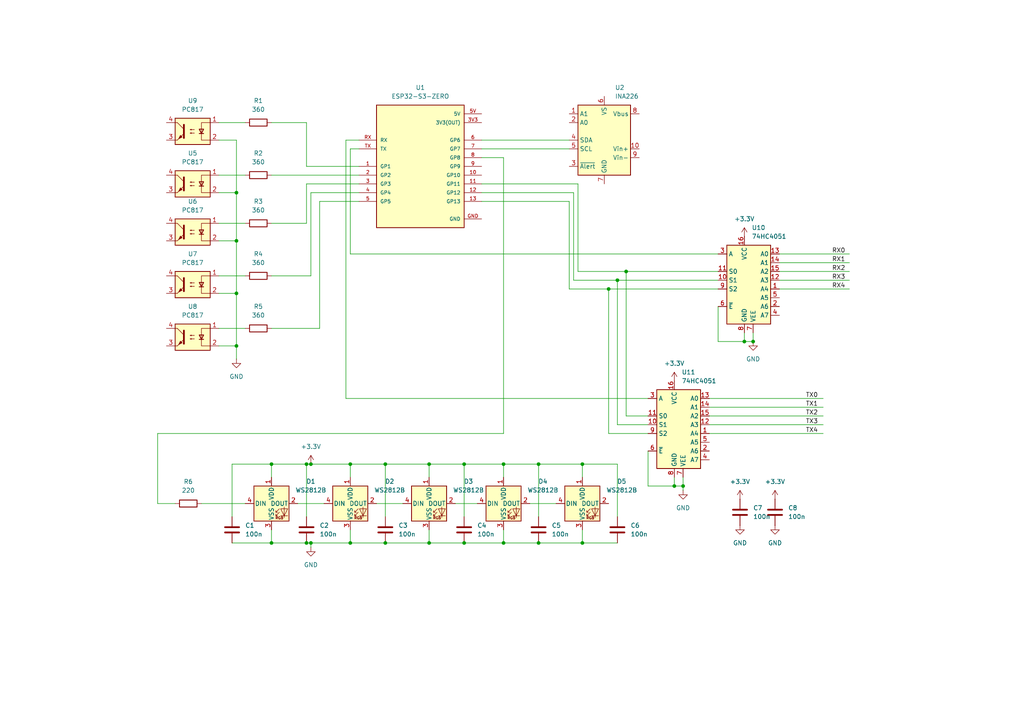
<source format=kicad_sch>
(kicad_sch (version 20250114) (generator "eeschema") (generator_version "9.0")
  (paper "A4")
  (title_block (title "Watch-Watch") (date "2025-12-15") (rev "v0.1") (company "TComLab"))
  (lib_symbols
    (symbol "74xx:74HC4051"
      (property "Reference" "U" (at -5.08 11.43 0))
      (property "Value" "74HC4051" (at -7.62 -13.97 0))
      (symbol "74HC4051_0_1"
        (rectangle (start -5.08 10.16) (end 7.62 -12.7) (stroke (width 0.254)) (fill (type background)))
      )
      (symbol "74HC4051_1_1"
        (pin passive line (at -7.62 7.62 0) (length 2.54) (name "A") (number "3"))
        (pin input line (at -7.62 2.54 0) (length 2.54) (name "S0") (number "11"))
        (pin input line (at -7.62 0 0) (length 2.54) (name "S1") (number "10"))
        (pin input line (at -7.62 -2.54 0) (length 2.54) (name "S2") (number "9"))
        (pin input line (at -7.62 -7.62 0) (length 2.54) (name "~{E}") (number "6"))
        (pin power_in line (at 0 12.7 270) (length 2.54) (name "VCC") (number "16"))
        (pin power_in line (at 0 -15.24 90) (length 2.54) (name "GND") (number "8"))
        (pin power_in line (at 2.54 -15.24 90) (length 2.54) (name "VEE") (number "7"))
        (pin passive line (at 10.16 7.62 180) (length 2.54) (name "A0") (number "13"))
        (pin passive line (at 10.16 5.08 180) (length 2.54) (name "A1") (number "14"))
        (pin passive line (at 10.16 2.54 180) (length 2.54) (name "A2") (number "15"))
        (pin passive line (at 10.16 0 180) (length 2.54) (name "A3") (number "12"))
        (pin passive line (at 10.16 -2.54 180) (length 2.54) (name "A4") (number "1"))
        (pin passive line (at 10.16 -5.08 180) (length 2.54) (name "A5") (number "5"))
        (pin passive line (at 10.16 -7.62 180) (length 2.54) (name "A6") (number "2"))
        (pin passive line (at 10.16 -10.16 180) (length 2.54) (name "A7") (number "4"))
      )
    )
    (symbol "Device:C" (pin_numbers (hide yes)) (pin_names (offset 0.254))
      (property "Reference" "C" (at 0.635 2.54 0))
      (property "Value" "C" (at 0.635 -2.54 0))
      (symbol "C_0_1"
        (polyline (pts (xy -2.032 0.762) (xy 2.032 0.762)) (stroke (width 0.508)))
        (polyline (pts (xy -2.032 -0.762) (xy 2.032 -0.762)) (stroke (width 0.508)))
      )
      (symbol "C_1_1"
        (pin passive line (at 0 3.81 270) (length 2.794) (name "~") (number "1"))
        (pin passive line (at 0 -3.81 90) (length 2.794) (name "~") (number "2"))
      )
    )
    (symbol "Device:R" (pin_numbers (hide yes)) (pin_names (offset 0))
      (property "Reference" "R" (at 2.032 0 90))
      (property "Value" "R" (at 0 0 90))
      (symbol "R_0_1"
        (rectangle (start -1.016 -2.54) (end 1.016 2.54) (stroke (width 0.254)))
      )
      (symbol "R_1_1"
        (pin passive line (at 0 3.81 270) (length 1.27) (name "~") (number "1"))
        (pin passive line (at 0 -3.81 90) (length 1.27) (name "~") (number "2"))
      )
    )
    (symbol "ESP32-S3-ZERO:ESP32-S3-ZERO" (pin_names (offset 1.016))
      (property "Reference" "U" (at -12.7 18.542 0))
      (property "Value" "ESP32-S3-ZERO" (at -12.7 -20.32 0))
      (symbol "ESP32-S3-ZERO_0_0"
        (rectangle (start -12.7 -17.78) (end 12.7 17.78) (stroke (width 0.254)) (fill (type background)))
        (pin input line (at -17.78 7.62 0) (length 5.08) (name "RX") (number "RX"))
        (pin output line (at -17.78 5.08 0) (length 5.08) (name "TX") (number "TX"))
        (pin bidirectional line (at -17.78 0 0) (length 5.08) (name "GP1") (number "1"))
        (pin bidirectional line (at -17.78 -2.54 0) (length 5.08) (name "GP2") (number "2"))
        (pin bidirectional line (at -17.78 -5.08 0) (length 5.08) (name "GP3") (number "3"))
        (pin bidirectional line (at -17.78 -7.62 0) (length 5.08) (name "GP4") (number "4"))
        (pin bidirectional line (at -17.78 -10.16 0) (length 5.08) (name "GP5") (number "5"))
        (pin power_in line (at 17.78 15.24 180) (length 5.08) (name "5V") (number "5V"))
        (pin power_in line (at 17.78 12.7 180) (length 5.08) (name "3V3(OUT)") (number "3V3"))
        (pin bidirectional line (at 17.78 7.62 180) (length 5.08) (name "GP6") (number "6"))
        (pin bidirectional line (at 17.78 5.08 180) (length 5.08) (name "GP7") (number "7"))
        (pin bidirectional line (at 17.78 2.54 180) (length 5.08) (name "GP8") (number "8"))
        (pin bidirectional line (at 17.78 0 180) (length 5.08) (name "GP9") (number "9"))
        (pin bidirectional line (at 17.78 -2.54 180) (length 5.08) (name "GP10") (number "10"))
        (pin bidirectional line (at 17.78 -5.08 180) (length 5.08) (name "GP11") (number "11"))
        (pin bidirectional line (at 17.78 -7.62 180) (length 5.08) (name "GP12") (number "12"))
        (pin bidirectional line (at 17.78 -10.16 180) (length 5.08) (name "GP13") (number "13"))
        (pin power_in line (at 17.78 -15.24 180) (length 5.08) (name "GND") (number "GND"))
      )
    )
    (symbol "Isolator:PC817" (pin_names (offset 1.016))
      (property "Reference" "U" (at -5.08 5.08 0))
      (property "Value" "PC817" (at 0 5.08 0))
      (symbol "PC817_0_1"
        (rectangle (start -5.08 3.81) (end 5.08 -3.81) (stroke (width 0.254)) (fill (type background)))
        (polyline (pts (xy -5.08 2.54) (xy -2.54 2.54) (xy -2.54 -0.635)))
        (polyline (pts (xy -3.175 -0.635) (xy -1.905 -0.635)) (stroke (width 0.254)))
        (polyline (pts (xy -2.54 -0.635) (xy -2.54 -2.54) (xy -5.08 -2.54)))
        (polyline (pts (xy -2.54 -0.635) (xy -3.175 0.635) (xy -1.905 0.635) (xy -2.54 -0.635)) (stroke (width 0.254)))
        (polyline (pts (xy -0.508 0.508) (xy 0.762 0.508) (xy 0.381 0.381) (xy 0.381 0.635) (xy 0.762 0.508)))
        (polyline (pts (xy -0.508 -0.508) (xy 0.762 -0.508) (xy 0.381 -0.635) (xy 0.381 -0.381) (xy 0.762 -0.508)))
        (polyline (pts (xy 2.54 1.905) (xy 2.54 -1.905) (xy 2.54 -1.905)) (stroke (width 0.508)))
        (polyline (pts (xy 2.54 0.635) (xy 4.445 2.54)))
        (polyline (pts (xy 3.048 -1.651) (xy 3.556 -1.143) (xy 4.064 -2.159) (xy 3.048 -1.651) (xy 3.048 -1.651)) (fill (type outline)))
        (polyline (pts (xy 4.445 2.54) (xy 5.08 2.54)))
        (polyline (pts (xy 4.445 -2.54) (xy 2.54 -0.635)) (fill (type outline)))
        (polyline (pts (xy 4.445 -2.54) (xy 5.08 -2.54)))
      )
      (symbol "PC817_1_1"
        (pin passive line (at -7.62 2.54 0) (length 2.54) (name "~") (number "1"))
        (pin passive line (at -7.62 -2.54 0) (length 2.54) (name "~") (number "2"))
        (pin passive line (at 7.62 2.54 180) (length 2.54) (name "~") (number "4"))
        (pin passive line (at 7.62 -2.54 180) (length 2.54) (name "~") (number "3"))
      )
    )
    (symbol "LED:WS2812B" (pin_names (offset 0.254))
      (property "Reference" "D" (at 5.08 5.715 0))
      (property "Value" "WS2812B" (at 1.27 -5.715 0))
      (symbol "WS2812B_0_0"
        (text "RGB" (at 2.286 -4.191 0) (effects (font (size 0.762 0.762))))
      )
      (symbol "WS2812B_0_1"
        (polyline (pts (xy 1.27 -2.54) (xy 1.778 -2.54)))
        (polyline (pts (xy 1.27 -3.556) (xy 1.778 -3.556)))
        (polyline (pts (xy 2.286 -1.524) (xy 1.27 -2.54) (xy 1.27 -2.032)))
        (polyline (pts (xy 2.286 -2.54) (xy 1.27 -3.556) (xy 1.27 -3.048)))
        (polyline (pts (xy 3.683 -1.016) (xy 3.683 -3.556) (xy 3.683 -4.064)))
        (polyline (pts (xy 4.699 -1.524) (xy 2.667 -1.524) (xy 3.683 -3.556) (xy 4.699 -1.524)))
        (polyline (pts (xy 4.699 -3.556) (xy 2.667 -3.556)))
        (rectangle (start 5.08 5.08) (end -5.08 -5.08) (stroke (width 0.254)) (fill (type background)))
      )
      (symbol "WS2812B_1_1"
        (pin input line (at -7.62 0 0) (length 2.54) (name "DIN") (number "4"))
        (pin power_in line (at 0 7.62 270) (length 2.54) (name "VDD") (number "1"))
        (pin power_in line (at 0 -7.62 90) (length 2.54) (name "VSS") (number "3"))
        (pin output line (at 7.62 0 180) (length 2.54) (name "DOUT") (number "2"))
      )
    )
    (symbol "Sensor_Energy:INA226"
      (property "Reference" "U" (at -6.35 11.43 0))
      (property "Value" "INA226" (at 3.81 11.43 0))
      (symbol "INA226_0_1"
        (rectangle (start 7.62 10.16) (end -7.62 -10.16) (stroke (width 0.254)) (fill (type background)))
      )
      (symbol "INA226_1_1"
        (pin input line (at -10.16 7.62 0) (length 2.54) (name "Vbus") (number "8"))
        (pin input line (at -10.16 -2.54 0) (length 2.54) (name "Vin+") (number "10"))
        (pin input line (at -10.16 -5.08 0) (length 2.54) (name "Vin-") (number "9"))
        (pin power_in line (at 0 12.7 270) (length 2.54) (name "VS") (number "6"))
        (pin power_in line (at 0 -12.7 90) (length 2.54) (name "GND") (number "7"))
        (pin input line (at 10.16 7.62 180) (length 2.54) (name "A1") (number "1"))
        (pin input line (at 10.16 5.08 180) (length 2.54) (name "A0") (number "2"))
        (pin bidirectional line (at 10.16 0 180) (length 2.54) (name "SDA") (number "4"))
        (pin input line (at 10.16 -2.54 180) (length 2.54) (name "SCL") (number "5"))
        (pin open_collector line (at 10.16 -7.62 180) (length 2.54) (name "~{Alert}") (number "3"))
      )
    )
    (symbol "power:+3.3V" (power) (pin_numbers (hide yes)) (pin_names (offset 0) (hide yes))
      (property "Value" "+3.3V" (at 0 3.556 0))
      (symbol "+3.3V_0_1"
        (polyline (pts (xy -0.762 1.27) (xy 0 2.54)))
        (polyline (pts (xy 0 2.54) (xy 0.762 1.27)))
        (polyline (pts (xy 0 0) (xy 0 2.54)))
      )
      (symbol "+3.3V_1_1"
        (pin power_in line (at 0 0 90) (length 0) (name "~") (number "1"))
      )
    )
    (symbol "power:GND" (power) (pin_numbers (hide yes)) (pin_names (offset 0) (hide yes))
      (property "Value" "GND" (at 0 -3.81 0))
      (symbol "GND_0_1"
        (polyline (pts (xy 0 0) (xy 0 -1.27) (xy 1.27 -1.27) (xy 0 -2.54) (xy -1.27 -1.27) (xy 0 -1.27)))
      )
      (symbol "GND_1_1"
        (pin power_in line (at 0 0 270) (length 0) (name "~") (number "1"))
      )
    )
  )
  (junction (at 181.61 78.74))
  (junction (at 179.07 81.28))
  (junction (at 68.58 69.85))
  (junction (at 101.6 134.62))
  (junction (at 111.76 157.48))
  (junction (at 124.46 134.62))
  (junction (at 146.05 157.48))
  (junction (at 134.62 157.48))
  (junction (at 101.6 157.48))
  (junction (at 195.58 140.97))
  (junction (at 134.62 134.62))
  (junction (at 124.46 157.48))
  (junction (at 156.21 157.48))
  (junction (at 90.17 134.62))
  (junction (at 78.74 157.48))
  (junction (at 218.44 99.06))
  (junction (at 68.58 85.09))
  (junction (at 198.12 140.97))
  (junction (at 146.05 134.62))
  (junction (at 78.74 134.62))
  (junction (at 176.53 83.82))
  (junction (at 111.76 134.62))
  (junction (at 68.58 55.88))
  (junction (at 90.17 157.48))
  (junction (at 88.9 134.62))
  (junction (at 215.9 99.06))
  (junction (at 168.91 157.48))
  (junction (at 68.58 100.33))
  (junction (at 156.21 134.62))
  (junction (at 88.9 157.48))
  (junction (at 168.91 134.62))
  (wire (pts (xy 139.7 45.72) (xy 146.05 45.72)))
  (wire (pts (xy 111.76 134.62) (xy 111.76 149.86)))
  (wire (pts (xy 104.14 58.42) (xy 92.71 58.42)))
  (wire (pts (xy 124.46 157.48) (xy 111.76 157.48)))
  (wire (pts (xy 198.12 138.43) (xy 198.12 140.97)))
  (wire (pts (xy 146.05 125.73) (xy 45.72 125.73)))
  (wire (pts (xy 179.07 134.62) (xy 168.91 134.62)))
  (wire (pts (xy 88.9 35.56) (xy 78.74 35.56)))
  (wire (pts (xy 176.53 125.73) (xy 176.53 83.82)))
  (wire (pts (xy 63.5 50.8) (xy 71.12 50.8)))
  (wire (pts (xy 78.74 134.62) (xy 88.9 134.62)))
  (wire (pts (xy 208.28 88.9) (xy 208.28 99.06)))
  (wire (pts (xy 146.05 138.43) (xy 146.05 134.62)))
  (wire (pts (xy 124.46 138.43) (xy 124.46 134.62)))
  (wire (pts (xy 104.14 40.64) (xy 100.33 40.64)))
  (wire (pts (xy 153.67 146.05) (xy 161.29 146.05)))
  (wire (pts (xy 179.07 81.28) (xy 208.28 81.28)))
  (wire (pts (xy 101.6 134.62) (xy 101.6 138.43)))
  (wire (pts (xy 90.17 157.48) (xy 90.17 158.75)))
  (wire (pts (xy 104.14 55.88) (xy 90.17 55.88)))
  (wire (pts (xy 226.06 81.28) (xy 246.38 81.28)))
  (wire (pts (xy 168.91 157.48) (xy 156.21 157.48)))
  (wire (pts (xy 168.91 134.62) (xy 156.21 134.62)))
  (wire (pts (xy 205.74 118.11) (xy 238.76 118.11)))
  (wire (pts (xy 205.74 115.57) (xy 238.76 115.57)))
  (wire (pts (xy 187.96 120.65) (xy 181.61 120.65)))
  (wire (pts (xy 168.91 153.67) (xy 168.91 157.48)))
  (wire (pts (xy 63.5 85.09) (xy 68.58 85.09)))
  (wire (pts (xy 187.96 123.19) (xy 179.07 123.19)))
  (wire (pts (xy 68.58 85.09) (xy 68.58 100.33)))
  (wire (pts (xy 90.17 80.01) (xy 78.74 80.01)))
  (wire (pts (xy 63.5 100.33) (xy 68.58 100.33)))
  (wire (pts (xy 139.7 53.34) (xy 167.64 53.34)))
  (wire (pts (xy 139.7 40.64) (xy 165.1 40.64)))
  (wire (pts (xy 181.61 78.74) (xy 208.28 78.74)))
  (wire (pts (xy 165.1 83.82) (xy 176.53 83.82)))
  (wire (pts (xy 58.42 146.05) (xy 71.12 146.05)))
  (wire (pts (xy 156.21 134.62) (xy 156.21 149.86)))
  (wire (pts (xy 205.74 125.73) (xy 238.76 125.73)))
  (wire (pts (xy 100.33 115.57) (xy 187.96 115.57)))
  (wire (pts (xy 215.9 99.06) (xy 218.44 99.06)))
  (wire (pts (xy 166.37 81.28) (xy 179.07 81.28)))
  (wire (pts (xy 45.72 146.05) (xy 50.8 146.05)))
  (wire (pts (xy 226.06 73.66) (xy 246.38 73.66)))
  (wire (pts (xy 134.62 134.62) (xy 146.05 134.62)))
  (wire (pts (xy 139.7 55.88) (xy 166.37 55.88)))
  (wire (pts (xy 68.58 69.85) (xy 68.58 85.09)))
  (wire (pts (xy 63.5 69.85) (xy 68.58 69.85)))
  (wire (pts (xy 156.21 157.48) (xy 146.05 157.48)))
  (wire (pts (xy 132.08 146.05) (xy 138.43 146.05)))
  (wire (pts (xy 78.74 153.67) (xy 78.74 157.48)))
  (wire (pts (xy 187.96 140.97) (xy 195.58 140.97)))
  (wire (pts (xy 88.9 48.26) (xy 88.9 35.56)))
  (wire (pts (xy 198.12 140.97) (xy 198.12 142.24)))
  (wire (pts (xy 104.14 53.34) (xy 88.9 53.34)))
  (wire (pts (xy 90.17 157.48) (xy 101.6 157.48)))
  (wire (pts (xy 205.74 120.65) (xy 238.76 120.65)))
  (wire (pts (xy 88.9 64.77) (xy 78.74 64.77)))
  (wire (pts (xy 124.46 134.62) (xy 134.62 134.62)))
  (wire (pts (xy 88.9 157.48) (xy 90.17 157.48)))
  (wire (pts (xy 45.72 125.73) (xy 45.72 146.05)))
  (wire (pts (xy 67.31 157.48) (xy 78.74 157.48)))
  (wire (pts (xy 166.37 55.88) (xy 166.37 81.28)))
  (wire (pts (xy 101.6 43.18) (xy 101.6 73.66)))
  (wire (pts (xy 90.17 55.88) (xy 90.17 80.01)))
  (wire (pts (xy 179.07 123.19) (xy 179.07 81.28)))
  (wire (pts (xy 226.06 78.74) (xy 246.38 78.74)))
  (wire (pts (xy 101.6 134.62) (xy 111.76 134.62)))
  (wire (pts (xy 168.91 157.48) (xy 179.07 157.48)))
  (wire (pts (xy 139.7 58.42) (xy 165.1 58.42)))
  (wire (pts (xy 181.61 120.65) (xy 181.61 78.74)))
  (wire (pts (xy 78.74 138.43) (xy 78.74 134.62)))
  (wire (pts (xy 68.58 55.88) (xy 68.58 69.85)))
  (wire (pts (xy 146.05 153.67) (xy 146.05 157.48)))
  (wire (pts (xy 68.58 100.33) (xy 68.58 104.14)))
  (wire (pts (xy 146.05 157.48) (xy 134.62 157.48)))
  (wire (pts (xy 104.14 48.26) (xy 88.9 48.26)))
  (wire (pts (xy 111.76 134.62) (xy 124.46 134.62)))
  (wire (pts (xy 68.58 40.64) (xy 68.58 55.88)))
  (wire (pts (xy 187.96 125.73) (xy 176.53 125.73)))
  (wire (pts (xy 67.31 149.86) (xy 67.31 134.62)))
  (wire (pts (xy 104.14 43.18) (xy 101.6 43.18)))
  (wire (pts (xy 215.9 96.52) (xy 215.9 99.06)))
  (wire (pts (xy 78.74 50.8) (xy 104.14 50.8)))
  (wire (pts (xy 86.36 146.05) (xy 93.98 146.05)))
  (wire (pts (xy 100.33 40.64) (xy 100.33 115.57)))
  (wire (pts (xy 187.96 130.81) (xy 187.96 140.97)))
  (wire (pts (xy 208.28 99.06) (xy 215.9 99.06)))
  (wire (pts (xy 168.91 138.43) (xy 168.91 134.62)))
  (wire (pts (xy 134.62 157.48) (xy 124.46 157.48)))
  (wire (pts (xy 78.74 157.48) (xy 88.9 157.48)))
  (wire (pts (xy 139.7 43.18) (xy 165.1 43.18)))
  (wire (pts (xy 226.06 76.2) (xy 246.38 76.2)))
  (wire (pts (xy 63.5 95.25) (xy 71.12 95.25)))
  (wire (pts (xy 63.5 64.77) (xy 71.12 64.77)))
  (wire (pts (xy 90.17 134.62) (xy 101.6 134.62)))
  (wire (pts (xy 167.64 78.74) (xy 181.61 78.74)))
  (wire (pts (xy 179.07 149.86) (xy 179.07 134.62)))
  (wire (pts (xy 92.71 95.25) (xy 78.74 95.25)))
  (wire (pts (xy 88.9 53.34) (xy 88.9 64.77)))
  (wire (pts (xy 205.74 123.19) (xy 238.76 123.19)))
  (wire (pts (xy 109.22 146.05) (xy 116.84 146.05)))
  (wire (pts (xy 63.5 55.88) (xy 68.58 55.88)))
  (wire (pts (xy 88.9 134.62) (xy 88.9 149.86)))
  (wire (pts (xy 88.9 134.62) (xy 90.17 134.62)))
  (wire (pts (xy 63.5 80.01) (xy 71.12 80.01)))
  (wire (pts (xy 156.21 134.62) (xy 146.05 134.62)))
  (wire (pts (xy 146.05 45.72) (xy 146.05 125.73)))
  (wire (pts (xy 92.71 58.42) (xy 92.71 95.25)))
  (wire (pts (xy 63.5 35.56) (xy 71.12 35.56)))
  (wire (pts (xy 167.64 53.34) (xy 167.64 78.74)))
  (wire (pts (xy 101.6 157.48) (xy 101.6 153.67)))
  (wire (pts (xy 195.58 140.97) (xy 198.12 140.97)))
  (wire (pts (xy 195.58 138.43) (xy 195.58 140.97)))
  (wire (pts (xy 124.46 153.67) (xy 124.46 157.48)))
  (wire (pts (xy 67.31 134.62) (xy 78.74 134.62)))
  (wire (pts (xy 101.6 73.66) (xy 208.28 73.66)))
  (wire (pts (xy 176.53 83.82) (xy 208.28 83.82)))
  (wire (pts (xy 111.76 157.48) (xy 101.6 157.48)))
  (wire (pts (xy 218.44 96.52) (xy 218.44 99.06)))
  (wire (pts (xy 134.62 134.62) (xy 134.62 149.86)))
  (wire (pts (xy 226.06 83.82) (xy 246.38 83.82)))
  (wire (pts (xy 63.5 40.64) (xy 68.58 40.64)))
  (wire (pts (xy 165.1 58.42) (xy 165.1 83.82)))
  (label "TX3" (at 233.68 123.19 0))
  (label "TX0" (at 233.68 115.57 0))
  (label "RX1" (at 241.3 76.2 0))
  (label "TX4" (at 233.68 125.73 0))
  (label "TX1" (at 233.68 118.11 0))
  (label "RX4" (at 241.3 83.82 0))
  (label "RX2" (at 241.3 78.74 0))
  (label "RX3" (at 241.3 81.28 0))
  (label "TX2" (at 233.68 120.65 0))
  (label "RX0" (at 241.3 73.66 0))
  (symbol (lib_id "Device:R") (at 74.93 50.8 90) (unit 1)
    (property "Reference" "R2" (at 74.93 44.45 90))
    (property "Value" "360" (at 74.93 46.99 90))
    (property "Description" "Resistor" (effects (hide yes)))
  )
  (symbol (lib_id "LED:WS2812B") (at 78.74 146.05 0) (unit 1)
    (property "Reference" "D1" (at 90.17 139.6298 0))
    (property "Value" "WS2812B" (at 90.17 142.1698 0))
    (property "Footprint" "LED_SMD:LED_WS2812_PLCC6_5.0x5.0mm_P1.6mm" (effects (hide yes)))
    (property "Datasheet" "https://cdn-shop.adafruit.com/datasheets/WS2812B.pdf" (effects (hide yes)))
    (property "Description" "RGB LED with integrated controller" (effects (hide yes)))
  )
  (symbol (lib_id "power:GND") (at 68.58 104.14 0) (unit 1)
    (property "Reference" "#PWR05" (effects (hide yes)))
    (property "Value" "GND" (at 68.58 109.22 0))
    (property "Description" "Power symbol creates a global label with name \"GND\" , ground" (effects (hide yes)))
  )
  (symbol (lib_id "74xx:74HC4051") (at 215.9 81.28 0) (unit 1)
    (property "Reference" "U10" (at 218.0433 66.04 0) (effects (justify left)))
    (property "Value" "74HC4051" (at 218.0433 68.58 0) (effects (justify left)))
    (property "Datasheet" "http://www.ti.com/lit/ds/symlink/cd74hc4051.pdf" (effects (hide yes)))
    (property "Description" "8-channel analog multiplexer/demultiplexer, DIP-16/SOIC-16/TSSOP-16" (effects (hide yes)))
  )
  (symbol (lib_id "power:GND") (at 90.17 158.75 0) (unit 1)
    (property "Reference" "#PWR06" (effects (hide yes)))
    (property "Value" "GND" (at 90.17 163.83 0))
    (property "Description" "Power symbol creates a global label with name \"GND\" , ground" (effects (hide yes)))
  )
  (symbol (lib_id "ESP32-S3-ZERO:ESP32-S3-ZERO") (at 121.92 48.26 0) (unit 1)
    (property "Reference" "U1" (at 121.92 25.4 0))
    (property "Value" "ESP32-S3-ZERO" (at 121.92 27.94 0))
    (property "Footprint" "ESP32-S3-ZERO:MODULE_ESP32-S3-ZERO" (effects (hide yes)))
    (property "MF" "Waveshare Electronics" (effects (hide yes)))
    (property "MAXIMUM_PACKAGE_HEIGHT" "4.35mm" (effects (hide yes)))
    (property "CREATOR" "ANA" (effects (hide yes)))
    (property "Price" "None" (effects (hide yes)))
    (property "Package" "None" (effects (hide yes)))
    (property "Check_prices" "https://www.snapeda.com/parts/ESP32-S3-Zero/Waveshare+Electronics/view-part/?ref=eda" (effects (hide yes)))
    (property "STANDARD" "Manufacturer Recommendations" (effects (hide yes)))
    (property "PARTREV" "NA" (effects (hide yes)))
    (property "VERIFIER" "RODRIGO" (effects (hide yes)))
    (property "SnapEDA_Link" "https://www.snapeda.com/parts/ESP32-S3-Zero/Waveshare+Electronics/view-part/?ref=snap" (effects (hide yes)))
    (property "MP" "ESP32-S3-Zero" (effects (hide yes)))
    (property "Description_1" "ESP32-S3 Mini Development Board, Based on ESP32-S3FH4R2 Dual-Core Processor, 240MHz Running Frequency, 2.4GHz Wi-Fi & Bluetooth 5" (effects (hide yes)))
    (property "Availability" "Not in stock" (effects (hide yes)))
    (property "MANUFACTURER" "Waveshare" (effects (hide yes)))
  )
  (symbol (lib_id "power:GND") (at 214.63 152.4 0) (unit 1)
    (property "Reference" "#PWR010" (effects (hide yes)))
    (property "Value" "GND" (at 214.63 157.48 0))
    (property "Description" "Power symbol creates a global label with name \"GND\" , ground" (effects (hide yes)))
  )
  (symbol (lib_id "Isolator:PC817") (at 55.88 38.1 0) (mirror y) (unit 1)
    (property "Reference" "U9" (at 55.88 29.21 0))
    (property "Value" "PC817" (at 55.88 31.75 0))
    (property "Footprint" "Package_DIP:DIP-4_W7.62mm" (effects (hide yes)))
    (property "Datasheet" "http://www.soselectronic.cz/a_info/resource/d/pc817.pdf" (effects (hide yes)))
    (property "Description" "DC Optocoupler, Vce 35V, CTR 50-300%, DIP-4" (effects (hide yes)))
  )
  (symbol (lib_id "Device:R") (at 74.93 35.56 90) (unit 1)
    (property "Reference" "R1" (at 74.93 29.21 90))
    (property "Value" "360" (at 74.93 31.75 90))
    (property "Footprint" "Resistor_SMD:R_0805_2012Metric" (effects (hide yes)))
    (property "Description" "Resistor" (effects (hide yes)))
  )
  (symbol (lib_id "74xx:74HC4051") (at 195.58 123.19 0) (unit 1)
    (property "Reference" "U11" (at 197.7233 107.95 0) (effects (justify left)))
    (property "Value" "74HC4051" (at 197.7233 110.49 0) (effects (justify left)))
    (property "Datasheet" "http://www.ti.com/lit/ds/symlink/cd74hc4051.pdf" (effects (hide yes)))
    (property "Description" "8-channel analog multiplexer/demultiplexer, DIP-16/SOIC-16/TSSOP-16" (effects (hide yes)))
  )
  (symbol (lib_id "Device:C") (at 88.9 153.67 0) (unit 1)
    (property "Reference" "C2" (at 92.71 152.3999 0) (effects (justify left)))
    (property "Value" "100n" (at 92.71 154.9399 0) (effects (justify left)))
    (property "Footprint" "Capacitor_SMD:C_0805_2012Metric" (effects (hide yes)))
    (property "Description" "Unpolarized capacitor" (effects (hide yes)))
  )
  (symbol (lib_id "Device:R") (at 74.93 64.77 90) (unit 1)
    (property "Reference" "R3" (at 74.93 58.42 90))
    (property "Value" "360" (at 74.93 60.96 90))
    (property "Description" "Resistor" (effects (hide yes)))
  )
  (symbol (lib_id "Isolator:PC817") (at 55.88 53.34 0) (mirror y) (unit 1)
    (property "Reference" "U5" (at 55.88 44.45 0))
    (property "Value" "PC817" (at 55.88 46.99 0))
    (property "Footprint" "Package_DIP:DIP-4_W7.62mm" (effects (hide yes)))
    (property "Datasheet" "http://www.soselectronic.cz/a_info/resource/d/pc817.pdf" (effects (hide yes)))
    (property "Description" "DC Optocoupler, Vce 35V, CTR 50-300%, DIP-4" (effects (hide yes)))
  )
  (symbol (lib_id "Device:C") (at 67.31 153.67 0) (unit 1)
    (property "Reference" "C1" (at 71.12 152.3999 0) (effects (justify left)))
    (property "Value" "100n" (at 71.12 154.9399 0) (effects (justify left)))
    (property "Footprint" "Capacitor_SMD:C_0805_2012Metric" (effects (hide yes)))
    (property "Description" "Unpolarized capacitor" (effects (hide yes)))
  )
  (symbol (lib_id "LED:WS2812B") (at 124.46 146.05 0) (unit 1)
    (property "Reference" "D3" (at 135.89 139.6298 0))
    (property "Value" "WS2812B" (at 135.89 142.1698 0))
    (property "Footprint" "LED_SMD:LED_WS2812_PLCC6_5.0x5.0mm_P1.6mm" (effects (hide yes)))
    (property "Datasheet" "https://cdn-shop.adafruit.com/datasheets/WS2812B.pdf" (effects (hide yes)))
    (property "Description" "RGB LED with integrated controller" (effects (hide yes)))
  )
  (symbol (lib_id "Device:C") (at 111.76 153.67 0) (unit 1)
    (property "Reference" "C3" (at 115.57 152.3999 0) (effects (justify left)))
    (property "Value" "100n" (at 115.57 154.9399 0) (effects (justify left)))
    (property "Footprint" "Capacitor_SMD:C_0805_2012Metric" (effects (hide yes)))
    (property "Description" "Unpolarized capacitor" (effects (hide yes)))
  )
  (symbol (lib_id "Isolator:PC817") (at 55.88 82.55 0) (mirror y) (unit 1)
    (property "Reference" "U7" (at 55.88 73.66 0))
    (property "Value" "PC817" (at 55.88 76.2 0))
    (property "Footprint" "Package_DIP:DIP-4_W7.62mm" (effects (hide yes)))
    (property "Datasheet" "http://www.soselectronic.cz/a_info/resource/d/pc817.pdf" (effects (hide yes)))
    (property "Description" "DC Optocoupler, Vce 35V, CTR 50-300%, DIP-4" (effects (hide yes)))
  )
  (symbol (lib_id "LED:WS2812B") (at 101.6 146.05 0) (unit 1)
    (property "Reference" "D2" (at 113.03 139.6298 0))
    (property "Value" "WS2812B" (at 113.03 142.1698 0))
    (property "Footprint" "LED_SMD:LED_WS2812_PLCC6_5.0x5.0mm_P1.6mm" (effects (hide yes)))
    (property "Datasheet" "https://cdn-shop.adafruit.com/datasheets/WS2812B.pdf" (effects (hide yes)))
    (property "Description" "RGB LED with integrated controller" (effects (hide yes)))
  )
  (symbol (lib_id "Isolator:PC817") (at 55.88 67.31 0) (mirror y) (unit 1)
    (property "Reference" "U6" (at 55.88 58.42 0))
    (property "Value" "PC817" (at 55.88 60.96 0))
    (property "Footprint" "Package_DIP:DIP-4_W7.62mm" (effects (hide yes)))
    (property "Datasheet" "http://www.soselectronic.cz/a_info/resource/d/pc817.pdf" (effects (hide yes)))
    (property "Description" "DC Optocoupler, Vce 35V, CTR 50-300%, DIP-4" (effects (hide yes)))
  )
  (symbol (lib_id "Device:C") (at 224.79 148.59 0) (unit 1)
    (property "Reference" "C8" (at 228.6 147.3199 0) (effects (justify left)))
    (property "Value" "100n" (at 228.6 149.8599 0) (effects (justify left)))
    (property "Footprint" "Capacitor_SMD:C_0805_2012Metric" (effects (hide yes)))
    (property "Description" "Unpolarized capacitor" (effects (hide yes)))
  )
  (symbol (lib_id "Device:C") (at 214.63 148.59 0) (unit 1)
    (property "Reference" "C7" (at 218.44 147.3199 0) (effects (justify left)))
    (property "Value" "100n" (at 218.44 149.8599 0) (effects (justify left)))
    (property "Footprint" "Capacitor_SMD:C_0805_2012Metric" (effects (hide yes)))
    (property "Description" "Unpolarized capacitor" (effects (hide yes)))
  )
  (symbol (lib_id "power:+3.3V") (at 215.9 68.58 0) (unit 1)
    (property "Reference" "#PWR01" (effects (hide yes)))
    (property "Value" "+3.3V" (at 215.9 63.5 0))
    (property "Description" "Power symbol creates a global label with name \"+3.3V\"" (effects (hide yes)))
  )
  (symbol (lib_id "Device:C") (at 134.62 153.67 0) (unit 1)
    (property "Reference" "C4" (at 138.43 152.3999 0) (effects (justify left)))
    (property "Value" "100n" (at 138.43 154.9399 0) (effects (justify left)))
    (property "Footprint" "Capacitor_SMD:C_0805_2012Metric" (effects (hide yes)))
    (property "Description" "Unpolarized capacitor" (effects (hide yes)))
  )
  (symbol (lib_id "power:+3.3V") (at 90.17 134.62 0) (unit 1)
    (property "Reference" "#PWR07" (effects (hide yes)))
    (property "Value" "+3.3V" (at 90.17 129.54 0))
    (property "Description" "Power symbol creates a global label with name \"+3.3V\"" (effects (hide yes)))
  )
  (symbol (lib_id "power:GND") (at 224.79 152.4 0) (unit 1)
    (property "Reference" "#PWR011" (effects (hide yes)))
    (property "Value" "GND" (at 224.79 157.48 0))
    (property "Description" "Power symbol creates a global label with name \"GND\" , ground" (effects (hide yes)))
  )
  (symbol (lib_id "power:+3.3V") (at 195.58 110.49 0) (unit 1)
    (property "Reference" "#PWR02" (effects (hide yes)))
    (property "Value" "+3.3V" (at 195.58 105.41 0))
    (property "Description" "Power symbol creates a global label with name \"+3.3V\"" (effects (hide yes)))
  )
  (symbol (lib_id "Device:R") (at 74.93 80.01 90) (unit 1)
    (property "Reference" "R4" (at 74.93 73.66 90))
    (property "Value" "360" (at 74.93 76.2 90))
    (property "Description" "Resistor" (effects (hide yes)))
  )
  (symbol (lib_id "LED:WS2812B") (at 168.91 146.05 0) (unit 1)
    (property "Reference" "D5" (at 180.34 139.6298 0))
    (property "Value" "WS2812B" (at 180.34 142.1698 0))
    (property "Footprint" "LED_SMD:LED_WS2812_PLCC6_5.0x5.0mm_P1.6mm" (effects (hide yes)))
    (property "Datasheet" "https://cdn-shop.adafruit.com/datasheets/WS2812B.pdf" (effects (hide yes)))
    (property "Description" "RGB LED with integrated controller" (effects (hide yes)))
  )
  (symbol (lib_id "Device:C") (at 179.07 153.67 0) (unit 1)
    (property "Reference" "C6" (at 182.88 152.3999 0) (effects (justify left)))
    (property "Value" "100n" (at 182.88 154.9399 0) (effects (justify left)))
    (property "Footprint" "Capacitor_SMD:C_0805_2012Metric" (effects (hide yes)))
    (property "Description" "Unpolarized capacitor" (effects (hide yes)))
  )
  (symbol (lib_id "Sensor_Energy:INA226") (at 175.26 40.64 0) (mirror y) (unit 1)
    (property "Reference" "U2" (at 178.3781 25.4 0) (effects (justify right)))
    (property "Value" "INA226" (at 178.3781 27.94 0) (effects (justify right)))
    (property "Footprint" "Package_SO:VSSOP-10_3x3mm_P0.5mm" (effects (hide yes)))
    (property "Datasheet" "http://www.ti.com/lit/ds/symlink/ina226.pdf" (effects (hide yes)))
    (property "Description" "High-Side or Low-Side Measurement, Bi-Directional Current and Power Monitor (0-36V) with I2C Compatible Interface, VSSOP-10" (effects (hide yes)))
  )
  (symbol (lib_id "Device:R") (at 74.93 95.25 90) (unit 1)
    (property "Reference" "R5" (at 74.93 88.9 90))
    (property "Value" "360" (at 74.93 91.44 90))
    (property "Description" "Resistor" (effects (hide yes)))
  )
  (symbol (lib_id "power:+3.3V") (at 224.79 144.78 0) (unit 1)
    (property "Reference" "#PWR09" (effects (hide yes)))
    (property "Value" "+3.3V" (at 224.79 139.7 0))
    (property "Description" "Power symbol creates a global label with name \"+3.3V\"" (effects (hide yes)))
  )
  (symbol (lib_id "power:GND") (at 218.44 99.06 0) (unit 1)
    (property "Reference" "#PWR03" (effects (hide yes)))
    (property "Value" "GND" (at 218.44 104.14 0))
    (property "Description" "Power symbol creates a global label with name \"GND\" , ground" (effects (hide yes)))
  )
  (symbol (lib_id "power:+3.3V") (at 214.63 144.78 0) (unit 1)
    (property "Reference" "#PWR08" (effects (hide yes)))
    (property "Value" "+3.3V" (at 214.63 139.7 0))
    (property "Description" "Power symbol creates a global label with name \"+3.3V\"" (effects (hide yes)))
  )
  (symbol (lib_id "power:GND") (at 198.12 142.24 0) (unit 1)
    (property "Reference" "#PWR04" (effects (hide yes)))
    (property "Value" "GND" (at 198.12 147.32 0))
    (property "Description" "Power symbol creates a global label with name \"GND\" , ground" (effects (hide yes)))
  )
  (symbol (lib_id "Device:R") (at 54.61 146.05 90) (unit 1)
    (property "Reference" "R6" (at 54.61 139.7 90))
    (property "Value" "220" (at 54.61 142.24 90))
    (property "Description" "Resistor" (effects (hide yes)))
  )
  (symbol (lib_id "Device:C") (at 156.21 153.67 0) (unit 1)
    (property "Reference" "C5" (at 160.02 152.3999 0) (effects (justify left)))
    (property "Value" "100n" (at 160.02 154.9399 0) (effects (justify left)))
    (property "Footprint" "Capacitor_SMD:C_0805_2012Metric" (effects (hide yes)))
    (property "Description" "Unpolarized capacitor" (effects (hide yes)))
  )
  (symbol (lib_id "Isolator:PC817") (at 55.88 97.79 0) (mirror y) (unit 1)
    (property "Reference" "U8" (at 55.88 88.9 0))
    (property "Value" "PC817" (at 55.88 91.44 0))
    (property "Footprint" "Package_DIP:DIP-4_W7.62mm" (effects (hide yes)))
    (property "Datasheet" "http://www.soselectronic.cz/a_info/resource/d/pc817.pdf" (effects (hide yes)))
    (property "Description" "DC Optocoupler, Vce 35V, CTR 50-300%, DIP-4" (effects (hide yes)))
  )
  (symbol (lib_id "LED:WS2812B") (at 146.05 146.05 0) (unit 1)
    (property "Reference" "D4" (at 157.48 139.6298 0))
    (property "Value" "WS2812B" (at 157.48 142.1698 0))
    (property "Footprint" "LED_SMD:LED_WS2812_PLCC6_5.0x5.0mm_P1.6mm" (effects (hide yes)))
    (property "Datasheet" "https://cdn-shop.adafruit.com/datasheets/WS2812B.pdf" (effects (hide yes)))
    (property "Description" "RGB LED with integrated controller" (effects (hide yes)))
  )
)
</source>
